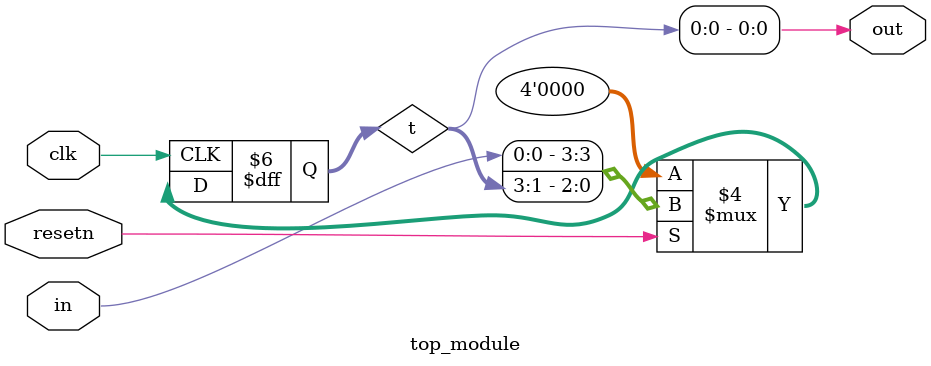
<source format=v>
module top_module (
    input clk,
    input resetn,   // synchronous reset
    input in,
    output out);
    
    reg [3:0] t;
    
    assign out = t[0];
    
    always @(posedge clk) begin
        if(~resetn) t <= 0;
        else t <= {in,t[3:1]};
    end

endmodule

</source>
